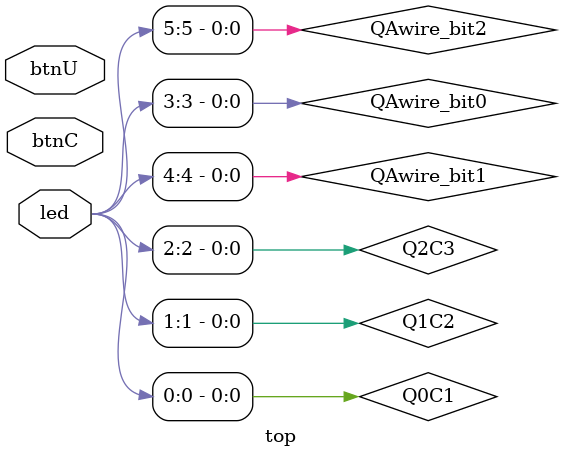
<source format=v>
module top(
    input btnU,
    input btnC,
    input [6:0] led 
    );
    
    
    ////////////////////
    
    wire Q0C1;
    wire Q1C2;
    wire Q2C3;
    
    t_flipflop bit0 (
    .T(1),
    .clk(btnC),
    .Q(Q0C1)
    
    );
    
    t_flipflop bit1 (
    .T(1),
    .clk(Q0C1),
    .Q(Q1C2)
    );
    
    t_flipflop bit2 (
    .T(1),
    .clk(Q1C2),
    .Q(Q2C3)
    );
    
    assign led[0] = Q0C1;
    assign led[1] = Q1C2;
    assign led[2] = Q2C3;
    
    /////////////////////
    
    wire comp_reset;
    wire comp_bit1;
    wire comp_bit2;
    
    comparator inst1 (
    .bit1(comp_bit1),
    .bit2(comp_bit2),
    .resetAndToggle(comp_reset)
    );
    
    d_flipflop output_inst (
    .data(comp_reset),
    .clk(btnC),
    .Q(led[6])
    );
    
    wire datawire_bit0;
    wire QAwire_bit0;
    
    d_flipflop bit0_modulo(
    .data(datawire_bit0),
    .Q(QAwire_bit0),
    .clk(btnC),
    .reset(comp_reset)
    );
    
    wire datawire_bit1;
    wire QAwire_bit1;
    
    d_flipflop bit1_modulo(
    .data(datawire_bit1),
    .Q(QAwire_bit1),
    .clk(btnC),
    .reset(comp_reset)
    );
    
    wire datawire_bit2;
    wire QAwire_bit2;
    
    d_flipflop bit2_modulo(
    .data(datawire_bit2),
    .Q(QAwire_bit2),
    .clk(btnC),
    .reset(comp_reset)
    );
    
    wire cout_0;
    wire cout_1;
    wire cout_2;
    
    full_adder bit0_adder (
    .A(QAwire_bit0),
    .B(1'b1),
    .Cin(1'b0),
    .Y(datawire_bit0),
    .Cout(cout_0)
    );
    
    full_adder bit1_adder (
    .A(QAwire_bit1),
     .B(1'b1),
     .Cin(cout_0),
     .Y(datawire_bit1),
     .Cout(cout_1)
    );
    
    full_adder bit2_adder (
    .A(QAwire_bit2),
     .B(1'b1),
     .Cin(cout_1),
     .Y(datawire_bit2),
     .Cout(cout_2)
    );
    
    assign led[3] = QAwire_bit0;
    assign led[4] = QAwire_bit1;
    assign led[5] = QAwire_bit2;
endmodule

</source>
